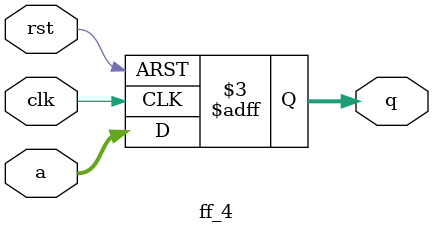
<source format=sv>
function automatic logic [4:0] antilog_table (input int idx);
    case (idx)
        0:  antilog_table = 5'b00001; // 1   = 1                 = 'd1  
        1:  antilog_table = 5'b00010; // α   = x                 = 'd2  
        2:  antilog_table = 5'b00100; // α²  = x²                = 'd4  
        3:  antilog_table = 5'b01000; // α³  = x³                = 'd8  
        4:  antilog_table = 5'b10000; // α⁴  = x⁴                = 'd16 
        5:  antilog_table = 5'b00101; // α⁵  = x²+1              = 'd5  
        6:  antilog_table = 5'b01010; // α⁶  = x³+x              = 'd10 
        7:  antilog_table = 5'b10100; // α⁷  = x⁴+x²             = 'd20 
        8:  antilog_table = 5'b01101; // α⁸  = x³+x²+1           = 'd13 
        9:  antilog_table = 5'b11010; // α⁹  = x⁴+x³+x           = 'd26 
        10: antilog_table = 5'b10001; // α¹⁰ = x⁴+1              = 'd17 
        11: antilog_table = 5'b00111; // α¹¹ = x²+x+1            = 'd7  
        12: antilog_table = 5'b01110; // α¹² = x³+x²+x           = 'd14 
        13: antilog_table = 5'b11100; // α¹³ = x⁴+x³+x²          = 'd28 
        14: antilog_table = 5'b11101; // α¹⁴ = x⁴+x³+x²+1        = 'd29 
        15: antilog_table = 5'b11111; // α¹⁵ = x⁴+x³+x²+x+1      = 'd31 
        16: antilog_table = 5'b11011; // α¹⁶ = x⁴+x³+x+1         = 'd27 
        17: antilog_table = 5'b10011; // α¹⁷ = x⁴+x+1            = 'd19 
        18: antilog_table = 5'b00011; // α¹⁸ = x+1               = 'd3  
        19: antilog_table = 5'b00110; // α¹⁶ = x²+x              = 'd6  
        20: antilog_table = 5'b01100; // α²⁰ = x³+x²             = 'd12 
        21: antilog_table = 5'b11000; // α²¹ = x⁴+x³             = 'd24 
        22: antilog_table = 5'b10101; // α²² = x⁴+x²+1           = 'd21 
        23: antilog_table = 5'b01111; // α²³ = x³+x²+x+1         = 'd15 
        24: antilog_table = 5'b11110; // α²⁴ = x⁴+x³+x²+x        = 'd30 
        25: antilog_table = 5'b11001; // α²⁵ = x⁴+x³+1           = 'd25  
        26: antilog_table = 5'b10111; // α²⁶ = x⁴+x²+x+1         = 'd23 
        27: antilog_table = 5'b01011; // α²⁷ = x³+x+1            = 'd11  
        28: antilog_table = 5'b10110; // α²⁸ = x⁴+x²+x           = 'd22 
        29: antilog_table = 5'b01001; // α²⁹ = x³+1              = 'd9 
        30: antilog_table = 5'b10010; // α³⁰ = x⁴+x              = 'd18
        default: antilog_table = 5'b00000;
    endcase
endfunction

function automatic int log_table (input logic [4:0] val);
    case (val)
        5'd0 : log_table = 5'd31; // log(0) indefinido
        5'd1 : log_table = 5'd0 ;  
        5'd2 : log_table = 5'd1 ;  
        5'd3 : log_table = 5'd18;  
        5'd4 : log_table = 5'd2 ;  
        5'd5 : log_table = 5'd5 ;  
        5'd6 : log_table = 5'd19;  
        5'd7 : log_table = 5'd11;  
        5'd8 : log_table = 5'd3 ;   
        5'd9 : log_table = 5'd29;  
        5'd10: log_table = 5'd6 ;  
        5'd11: log_table = 5'd27;  
        5'd12: log_table = 5'd20;  
        5'd13: log_table = 5'd8 ;  
        5'd14: log_table = 5'd12;  
        5'd15: log_table = 5'd23;  
        5'd16: log_table = 5'd4 ;   
        5'd17: log_table = 5'd10;   
        5'd18: log_table = 5'd30;  
        5'd19: log_table = 5'd17;  
        5'd20: log_table = 5'd7 ;  
        5'd21: log_table = 5'd22;  
        5'd22: log_table = 5'd28;  
        5'd23: log_table = 5'd26;  
        5'd24: log_table = 5'd21;  
        5'd25: log_table = 5'd25;  
        5'd26: log_table = 5'd9 ;  
        5'd27: log_table = 5'd16;  
        5'd28: log_table = 5'd13;  
        5'd29: log_table = 5'd14;  
        5'd30: log_table = 5'd24;  
        5'd31: log_table = 5'd15;  
        default:  log_table = 5'd0;
    endcase
endfunction


function automatic logic [4:0] gf_mult(input logic [4:0] a, input logic [4:0] b);
    int sum;
    begin
        if (a == 0 || b == 0)
            gf_mult = 4'b0000;
        else begin
            sum = log_table(a) + log_table(b);
            if (sum >= 31) sum -= 31;
            gf_mult = antilog_table(sum);
        end
    end
endfunction

function automatic logic [4:0] gf_pow(input int exp);
    int idx;
    begin
        idx = exp % 31;
        if (idx < 0) idx += 31;
        gf_pow = antilog_table(idx);
    end
endfunction

function automatic logic [4:0] gf_div(input logic [4:0] a, input logic [4:0] b);
    int diff;
    begin
        if (a == 0)
            gf_div = 4'd0;
        else if (b == 0)
            gf_div = 4'd0;
        else begin
            diff = log_table(a) - log_table(b);
            if (diff < 0) diff += 31;
            gf_div = antilog_table(diff);
        end
    end
endfunction

function automatic logic [4:0] alpha_pow(input int i);
    int idx;
    begin
        idx = i % 31;
        if (idx < 0) idx += 31;
        alpha_pow = antilog_table(idx);
    end
endfunction

module gf_multiplier (
    input  logic [4:0] a,
    input  logic [4:0] b,
    output logic [4:0] p
);
    always_comb begin
        p = gf_mult(a, b);
    end
endmodule

module gf_divider (
    input  logic [4:0] a,
    input  logic [4:0] b,
    output logic [4:0] q
);
    always_comb begin
        q = gf_div(a, b);
    end
endmodule

module gf_power (
    input  logic [4:0] a,
    output logic [4:0] y
);
    always_comb begin
        y = gf_pow(a);
    end
endmodule

module xor_4 (
    input  logic [4:0] a,
    input  logic [4:0] b,
    output logic [4:0] y
);

assign y = a^b;

endmodule

module ff_4 (
    input logic clk,
    input logic rst,
    input logic [4:0] a,
    output logic [4:0] q
);

    always_ff @(posedge clk or negedge rst) begin
        if (!rst) begin
            q <= 0;
        end else begin
            q <= a;
        end
    end

endmodule



</source>
